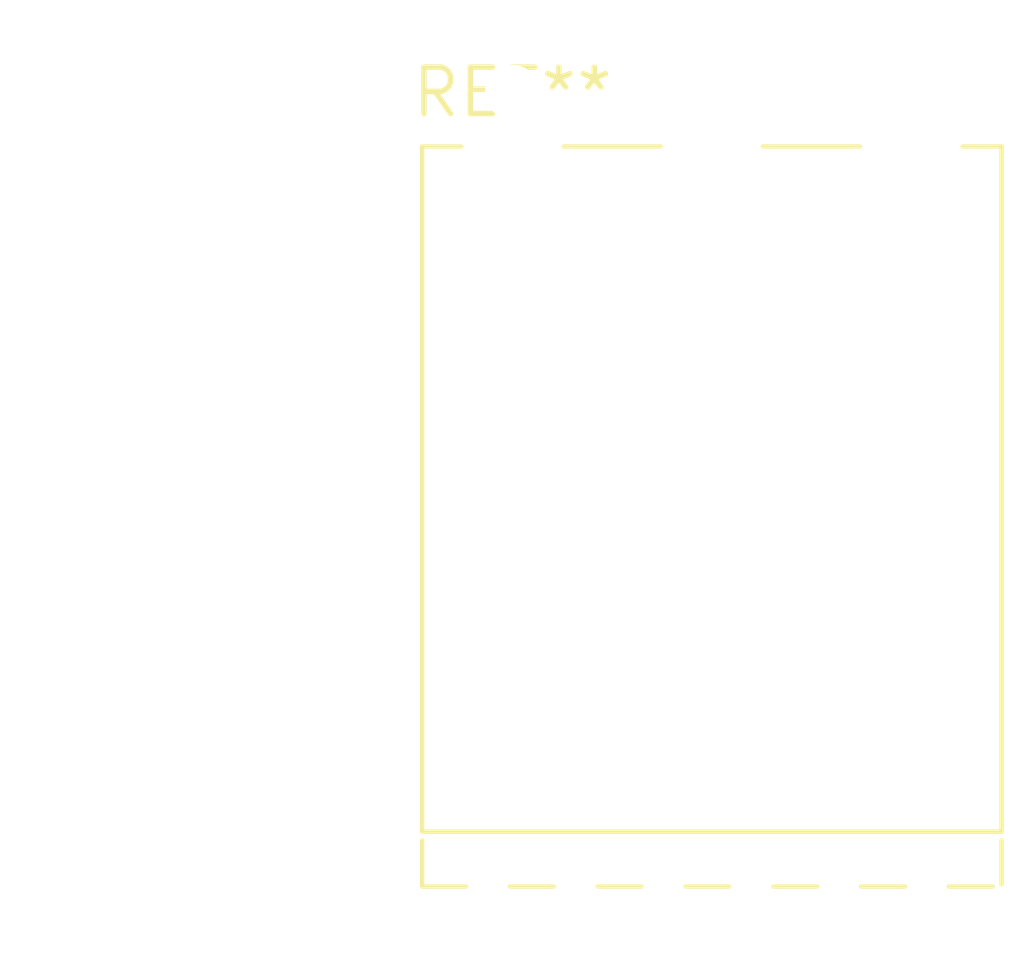
<source format=kicad_pcb>
(kicad_pcb (version 20240108) (generator pcbnew)
  (layers (0 "F.Cu" signal) (31 "B.Cu" signal) (34 "B.Paste" user) (35 "F.Paste" user) (36 "B.SilkS" user "B.Silkscreen") (37 "F.SilkS" user "F.Silkscreen") (38 "B.Mask" user) (39 "F.Mask" user) (44 "Edge.Cuts" user))
  (net 0 "")
  (footprint "TO-3PB-3_Horizontal_TabUp" (layer "F.Cu") (at 0 0)
    (property "Reference" "REF**")
    (property "Value" "TO-3PB-3_Horizontal_TabUp")
    (fp_line (start -2.47 1.48) (end -2.47 20.22) (layer "F.SilkS") (stroke (width 0.12)))
    (fp_line (start -2.47 1.48) (end -1.4 1.48) (layer "F.SilkS") (stroke (width 0.12)))
    (fp_line (start -2.47 20.22) (end 13.37 20.22) (layer "F.SilkS") (stroke (width 0.12)))
    (fp_line (start -2.47 20.46) (end -2.47 21.66) (layer "F.SilkS") (stroke (width 0.12)))
    (fp_line (start -2.47 21.72) (end -1.27 21.72) (layer "F.SilkS") (stroke (width 0.12)))
    (fp_line (start -0.07 21.72) (end 1.13 21.72) (layer "F.SilkS") (stroke (width 0.12)))
    (fp_line (start 1.4 1.48) (end 4.051 1.48) (layer "F.SilkS") (stroke (width 0.12)))
    (fp_line (start 2.33 21.72) (end 3.53 21.72) (layer "F.SilkS") (stroke (width 0.12)))
    (fp_line (start 4.73 21.72) (end 5.931 21.72) (layer "F.SilkS") (stroke (width 0.12)))
    (fp_line (start 6.85 1.48) (end 9.5 1.48) (layer "F.SilkS") (stroke (width 0.12)))
    (fp_line (start 7.131 21.72) (end 8.33 21.72) (layer "F.SilkS") (stroke (width 0.12)))
    (fp_line (start 9.53 21.72) (end 10.73 21.72) (layer "F.SilkS") (stroke (width 0.12)))
    (fp_line (start 11.93 21.72) (end 13.13 21.72) (layer "F.SilkS") (stroke (width 0.12)))
    (fp_line (start 12.3 1.48) (end 13.37 1.48) (layer "F.SilkS") (stroke (width 0.12)))
    (fp_line (start 13.37 1.48) (end 13.37 20.22) (layer "F.SilkS") (stroke (width 0.12)))
    (fp_line (start 13.37 20.46) (end 13.37 21.66) (layer "F.SilkS") (stroke (width 0.12)))
    (pad "" np_thru_hole oval (at 5.45 16.6) (size 3.4 3.4) (drill 3.4) (layers *.Cu *.Mask))
    (pad "1" thru_hole rect (at 0 0) (size 2.5 4.5) (drill 1.5) (layers *.Cu *.Mask) (remove_unused_layers))
    (pad "2" thru_hole oval (at 5.45 0) (size 2.5 4.5) (drill 1.5) (layers *.Cu *.Mask) (remove_unused_layers))
    (pad "3" thru_hole oval (at 10.9 0) (size 2.5 4.5) (drill 1.5) (layers *.Cu *.Mask) (remove_unused_layers))
  )
)
</source>
